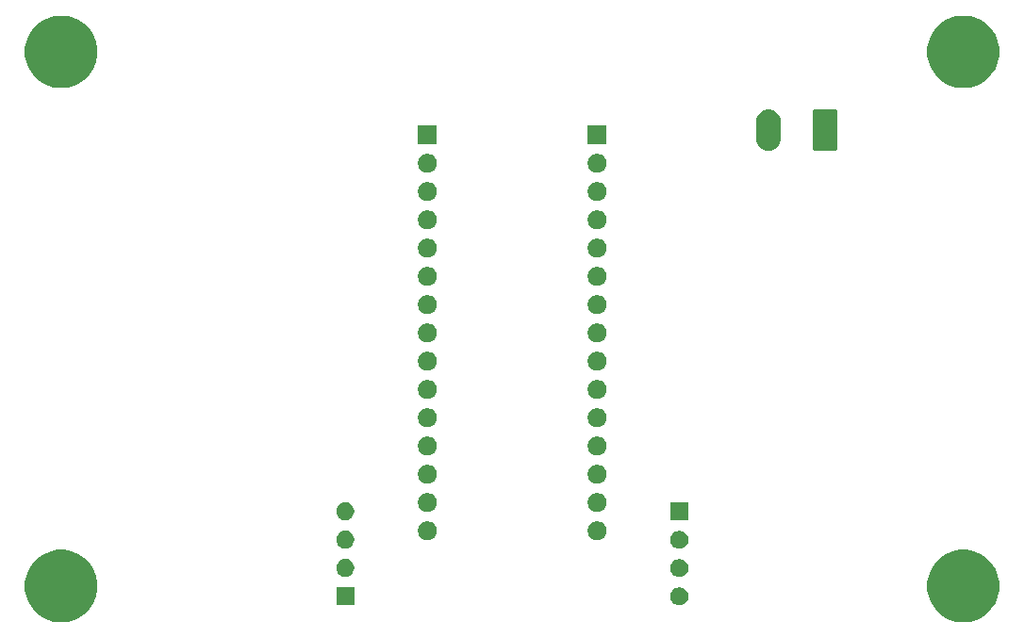
<source format=gbr>
G04 #@! TF.GenerationSoftware,KiCad,Pcbnew,(5.1.4)-1*
G04 #@! TF.CreationDate,2020-03-06T17:17:20+01:00*
G04 #@! TF.ProjectId,asserv_brushless,61737365-7276-45f6-9272-7573686c6573,rev?*
G04 #@! TF.SameCoordinates,Original*
G04 #@! TF.FileFunction,Soldermask,Bot*
G04 #@! TF.FilePolarity,Negative*
%FSLAX46Y46*%
G04 Gerber Fmt 4.6, Leading zero omitted, Abs format (unit mm)*
G04 Created by KiCad (PCBNEW (5.1.4)-1) date 2020-03-06 17:17:20*
%MOMM*%
%LPD*%
G04 APERTURE LIST*
%ADD10C,0.100000*%
G04 APERTURE END LIST*
D10*
G36*
X135134239Y-98311467D02*
G01*
X135448282Y-98373934D01*
X136039926Y-98619001D01*
X136572392Y-98974784D01*
X137025216Y-99427608D01*
X137380999Y-99960074D01*
X137626066Y-100551718D01*
X137751000Y-101179804D01*
X137751000Y-101820196D01*
X137626066Y-102448282D01*
X137380999Y-103039926D01*
X137025216Y-103572392D01*
X136572392Y-104025216D01*
X136039926Y-104380999D01*
X135448282Y-104626066D01*
X135134239Y-104688533D01*
X134820197Y-104751000D01*
X134179803Y-104751000D01*
X133865761Y-104688533D01*
X133551718Y-104626066D01*
X132960074Y-104380999D01*
X132427608Y-104025216D01*
X131974784Y-103572392D01*
X131619001Y-103039926D01*
X131373934Y-102448282D01*
X131249000Y-101820196D01*
X131249000Y-101179804D01*
X131373934Y-100551718D01*
X131619001Y-99960074D01*
X131974784Y-99427608D01*
X132427608Y-98974784D01*
X132960074Y-98619001D01*
X133551718Y-98373934D01*
X133865761Y-98311467D01*
X134179803Y-98249000D01*
X134820197Y-98249000D01*
X135134239Y-98311467D01*
X135134239Y-98311467D01*
G37*
G36*
X54134239Y-98311467D02*
G01*
X54448282Y-98373934D01*
X55039926Y-98619001D01*
X55572392Y-98974784D01*
X56025216Y-99427608D01*
X56380999Y-99960074D01*
X56626066Y-100551718D01*
X56751000Y-101179804D01*
X56751000Y-101820196D01*
X56626066Y-102448282D01*
X56380999Y-103039926D01*
X56025216Y-103572392D01*
X55572392Y-104025216D01*
X55039926Y-104380999D01*
X54448282Y-104626066D01*
X54134239Y-104688533D01*
X53820197Y-104751000D01*
X53179803Y-104751000D01*
X52865761Y-104688533D01*
X52551718Y-104626066D01*
X51960074Y-104380999D01*
X51427608Y-104025216D01*
X50974784Y-103572392D01*
X50619001Y-103039926D01*
X50373934Y-102448282D01*
X50249000Y-101820196D01*
X50249000Y-101179804D01*
X50373934Y-100551718D01*
X50619001Y-99960074D01*
X50974784Y-99427608D01*
X51427608Y-98974784D01*
X51960074Y-98619001D01*
X52551718Y-98373934D01*
X52865761Y-98311467D01*
X53179803Y-98249000D01*
X53820197Y-98249000D01*
X54134239Y-98311467D01*
X54134239Y-98311467D01*
G37*
G36*
X109234810Y-101645935D02*
G01*
X109381309Y-101706617D01*
X109381310Y-101706618D01*
X109513158Y-101794716D01*
X109625284Y-101906842D01*
X109625285Y-101906844D01*
X109713383Y-102038691D01*
X109774065Y-102185190D01*
X109805000Y-102340713D01*
X109805000Y-102499287D01*
X109774065Y-102654810D01*
X109713383Y-102801309D01*
X109713382Y-102801310D01*
X109625284Y-102933158D01*
X109513158Y-103045284D01*
X109446785Y-103089633D01*
X109381309Y-103133383D01*
X109234810Y-103194065D01*
X109079287Y-103225000D01*
X108920713Y-103225000D01*
X108765190Y-103194065D01*
X108618691Y-103133383D01*
X108553215Y-103089633D01*
X108486842Y-103045284D01*
X108374716Y-102933158D01*
X108286618Y-102801310D01*
X108286617Y-102801309D01*
X108225935Y-102654810D01*
X108195000Y-102499287D01*
X108195000Y-102340713D01*
X108225935Y-102185190D01*
X108286617Y-102038691D01*
X108374715Y-101906844D01*
X108374716Y-101906842D01*
X108486842Y-101794716D01*
X108618690Y-101706618D01*
X108618691Y-101706617D01*
X108765190Y-101645935D01*
X108920713Y-101615000D01*
X109079287Y-101615000D01*
X109234810Y-101645935D01*
X109234810Y-101645935D01*
G37*
G36*
X79805000Y-103205000D02*
G01*
X78195000Y-103205000D01*
X78195000Y-101595000D01*
X79805000Y-101595000D01*
X79805000Y-103205000D01*
X79805000Y-103205000D01*
G37*
G36*
X109234810Y-99105935D02*
G01*
X109381309Y-99166617D01*
X109381310Y-99166618D01*
X109513158Y-99254716D01*
X109625284Y-99366842D01*
X109625285Y-99366844D01*
X109713383Y-99498691D01*
X109774065Y-99645190D01*
X109805000Y-99800713D01*
X109805000Y-99959287D01*
X109774065Y-100114810D01*
X109713383Y-100261309D01*
X109713382Y-100261310D01*
X109625284Y-100393158D01*
X109513158Y-100505284D01*
X109446785Y-100549633D01*
X109381309Y-100593383D01*
X109234810Y-100654065D01*
X109079287Y-100685000D01*
X108920713Y-100685000D01*
X108765190Y-100654065D01*
X108618691Y-100593383D01*
X108553215Y-100549633D01*
X108486842Y-100505284D01*
X108374716Y-100393158D01*
X108286618Y-100261310D01*
X108286617Y-100261309D01*
X108225935Y-100114810D01*
X108195000Y-99959287D01*
X108195000Y-99800713D01*
X108225935Y-99645190D01*
X108286617Y-99498691D01*
X108374715Y-99366844D01*
X108374716Y-99366842D01*
X108486842Y-99254716D01*
X108618690Y-99166618D01*
X108618691Y-99166617D01*
X108765190Y-99105935D01*
X108920713Y-99075000D01*
X109079287Y-99075000D01*
X109234810Y-99105935D01*
X109234810Y-99105935D01*
G37*
G36*
X79234810Y-99085935D02*
G01*
X79381309Y-99146617D01*
X79381310Y-99146618D01*
X79513158Y-99234716D01*
X79625284Y-99346842D01*
X79638649Y-99366844D01*
X79713383Y-99478691D01*
X79774065Y-99625190D01*
X79805000Y-99780713D01*
X79805000Y-99939287D01*
X79774065Y-100094810D01*
X79713383Y-100241309D01*
X79669633Y-100306785D01*
X79625284Y-100373158D01*
X79513158Y-100485284D01*
X79483226Y-100505284D01*
X79381309Y-100573383D01*
X79234810Y-100634065D01*
X79079287Y-100665000D01*
X78920713Y-100665000D01*
X78765190Y-100634065D01*
X78618691Y-100573383D01*
X78516774Y-100505284D01*
X78486842Y-100485284D01*
X78374716Y-100373158D01*
X78330367Y-100306785D01*
X78286617Y-100241309D01*
X78225935Y-100094810D01*
X78195000Y-99939287D01*
X78195000Y-99780713D01*
X78225935Y-99625190D01*
X78286617Y-99478691D01*
X78361351Y-99366844D01*
X78374716Y-99346842D01*
X78486842Y-99234716D01*
X78618690Y-99146618D01*
X78618691Y-99146617D01*
X78765190Y-99085935D01*
X78920713Y-99055000D01*
X79079287Y-99055000D01*
X79234810Y-99085935D01*
X79234810Y-99085935D01*
G37*
G36*
X109234810Y-96565935D02*
G01*
X109381309Y-96626617D01*
X109381310Y-96626618D01*
X109513158Y-96714716D01*
X109625284Y-96826842D01*
X109625285Y-96826844D01*
X109713383Y-96958691D01*
X109774065Y-97105190D01*
X109805000Y-97260713D01*
X109805000Y-97419287D01*
X109774065Y-97574810D01*
X109713383Y-97721309D01*
X109713382Y-97721310D01*
X109625284Y-97853158D01*
X109513158Y-97965284D01*
X109446785Y-98009633D01*
X109381309Y-98053383D01*
X109234810Y-98114065D01*
X109079287Y-98145000D01*
X108920713Y-98145000D01*
X108765190Y-98114065D01*
X108618691Y-98053383D01*
X108553215Y-98009633D01*
X108486842Y-97965284D01*
X108374716Y-97853158D01*
X108286618Y-97721310D01*
X108286617Y-97721309D01*
X108225935Y-97574810D01*
X108195000Y-97419287D01*
X108195000Y-97260713D01*
X108225935Y-97105190D01*
X108286617Y-96958691D01*
X108374715Y-96826844D01*
X108374716Y-96826842D01*
X108486842Y-96714716D01*
X108618690Y-96626618D01*
X108618691Y-96626617D01*
X108765190Y-96565935D01*
X108920713Y-96535000D01*
X109079287Y-96535000D01*
X109234810Y-96565935D01*
X109234810Y-96565935D01*
G37*
G36*
X79234810Y-96545935D02*
G01*
X79381309Y-96606617D01*
X79381310Y-96606618D01*
X79513158Y-96694716D01*
X79625284Y-96806842D01*
X79638649Y-96826844D01*
X79713383Y-96938691D01*
X79774065Y-97085190D01*
X79805000Y-97240713D01*
X79805000Y-97399287D01*
X79774065Y-97554810D01*
X79713383Y-97701309D01*
X79669633Y-97766785D01*
X79625284Y-97833158D01*
X79513158Y-97945284D01*
X79483226Y-97965284D01*
X79381309Y-98033383D01*
X79234810Y-98094065D01*
X79079287Y-98125000D01*
X78920713Y-98125000D01*
X78765190Y-98094065D01*
X78618691Y-98033383D01*
X78516774Y-97965284D01*
X78486842Y-97945284D01*
X78374716Y-97833158D01*
X78330367Y-97766785D01*
X78286617Y-97701309D01*
X78225935Y-97554810D01*
X78195000Y-97399287D01*
X78195000Y-97240713D01*
X78225935Y-97085190D01*
X78286617Y-96938691D01*
X78361351Y-96826844D01*
X78374716Y-96806842D01*
X78486842Y-96694716D01*
X78618690Y-96606618D01*
X78618691Y-96606617D01*
X78765190Y-96545935D01*
X78920713Y-96515000D01*
X79079287Y-96515000D01*
X79234810Y-96545935D01*
X79234810Y-96545935D01*
G37*
G36*
X86628228Y-95711703D02*
G01*
X86783100Y-95775853D01*
X86922481Y-95868985D01*
X87041015Y-95987519D01*
X87134147Y-96126900D01*
X87198297Y-96281772D01*
X87231000Y-96446184D01*
X87231000Y-96613816D01*
X87198297Y-96778228D01*
X87134147Y-96933100D01*
X87041015Y-97072481D01*
X86922481Y-97191015D01*
X86783100Y-97284147D01*
X86628228Y-97348297D01*
X86463816Y-97381000D01*
X86296184Y-97381000D01*
X86131772Y-97348297D01*
X85976900Y-97284147D01*
X85837519Y-97191015D01*
X85718985Y-97072481D01*
X85625853Y-96933100D01*
X85561703Y-96778228D01*
X85529000Y-96613816D01*
X85529000Y-96446184D01*
X85561703Y-96281772D01*
X85625853Y-96126900D01*
X85718985Y-95987519D01*
X85837519Y-95868985D01*
X85976900Y-95775853D01*
X86131772Y-95711703D01*
X86296184Y-95679000D01*
X86463816Y-95679000D01*
X86628228Y-95711703D01*
X86628228Y-95711703D01*
G37*
G36*
X101868228Y-95711703D02*
G01*
X102023100Y-95775853D01*
X102162481Y-95868985D01*
X102281015Y-95987519D01*
X102374147Y-96126900D01*
X102438297Y-96281772D01*
X102471000Y-96446184D01*
X102471000Y-96613816D01*
X102438297Y-96778228D01*
X102374147Y-96933100D01*
X102281015Y-97072481D01*
X102162481Y-97191015D01*
X102023100Y-97284147D01*
X101868228Y-97348297D01*
X101703816Y-97381000D01*
X101536184Y-97381000D01*
X101371772Y-97348297D01*
X101216900Y-97284147D01*
X101077519Y-97191015D01*
X100958985Y-97072481D01*
X100865853Y-96933100D01*
X100801703Y-96778228D01*
X100769000Y-96613816D01*
X100769000Y-96446184D01*
X100801703Y-96281772D01*
X100865853Y-96126900D01*
X100958985Y-95987519D01*
X101077519Y-95868985D01*
X101216900Y-95775853D01*
X101371772Y-95711703D01*
X101536184Y-95679000D01*
X101703816Y-95679000D01*
X101868228Y-95711703D01*
X101868228Y-95711703D01*
G37*
G36*
X109805000Y-95605000D02*
G01*
X108195000Y-95605000D01*
X108195000Y-93995000D01*
X109805000Y-93995000D01*
X109805000Y-95605000D01*
X109805000Y-95605000D01*
G37*
G36*
X79234810Y-94005935D02*
G01*
X79381309Y-94066617D01*
X79381310Y-94066618D01*
X79513158Y-94154716D01*
X79625284Y-94266842D01*
X79625285Y-94266844D01*
X79713383Y-94398691D01*
X79774065Y-94545190D01*
X79805000Y-94700713D01*
X79805000Y-94859287D01*
X79774065Y-95014810D01*
X79713383Y-95161309D01*
X79713382Y-95161310D01*
X79625284Y-95293158D01*
X79513158Y-95405284D01*
X79446785Y-95449633D01*
X79381309Y-95493383D01*
X79234810Y-95554065D01*
X79079287Y-95585000D01*
X78920713Y-95585000D01*
X78765190Y-95554065D01*
X78618691Y-95493383D01*
X78553215Y-95449633D01*
X78486842Y-95405284D01*
X78374716Y-95293158D01*
X78286618Y-95161310D01*
X78286617Y-95161309D01*
X78225935Y-95014810D01*
X78195000Y-94859287D01*
X78195000Y-94700713D01*
X78225935Y-94545190D01*
X78286617Y-94398691D01*
X78374715Y-94266844D01*
X78374716Y-94266842D01*
X78486842Y-94154716D01*
X78618690Y-94066618D01*
X78618691Y-94066617D01*
X78765190Y-94005935D01*
X78920713Y-93975000D01*
X79079287Y-93975000D01*
X79234810Y-94005935D01*
X79234810Y-94005935D01*
G37*
G36*
X86628228Y-93171703D02*
G01*
X86783100Y-93235853D01*
X86922481Y-93328985D01*
X87041015Y-93447519D01*
X87134147Y-93586900D01*
X87198297Y-93741772D01*
X87231000Y-93906184D01*
X87231000Y-94073816D01*
X87198297Y-94238228D01*
X87134147Y-94393100D01*
X87041015Y-94532481D01*
X86922481Y-94651015D01*
X86783100Y-94744147D01*
X86628228Y-94808297D01*
X86463816Y-94841000D01*
X86296184Y-94841000D01*
X86131772Y-94808297D01*
X85976900Y-94744147D01*
X85837519Y-94651015D01*
X85718985Y-94532481D01*
X85625853Y-94393100D01*
X85561703Y-94238228D01*
X85529000Y-94073816D01*
X85529000Y-93906184D01*
X85561703Y-93741772D01*
X85625853Y-93586900D01*
X85718985Y-93447519D01*
X85837519Y-93328985D01*
X85976900Y-93235853D01*
X86131772Y-93171703D01*
X86296184Y-93139000D01*
X86463816Y-93139000D01*
X86628228Y-93171703D01*
X86628228Y-93171703D01*
G37*
G36*
X101868228Y-93171703D02*
G01*
X102023100Y-93235853D01*
X102162481Y-93328985D01*
X102281015Y-93447519D01*
X102374147Y-93586900D01*
X102438297Y-93741772D01*
X102471000Y-93906184D01*
X102471000Y-94073816D01*
X102438297Y-94238228D01*
X102374147Y-94393100D01*
X102281015Y-94532481D01*
X102162481Y-94651015D01*
X102023100Y-94744147D01*
X101868228Y-94808297D01*
X101703816Y-94841000D01*
X101536184Y-94841000D01*
X101371772Y-94808297D01*
X101216900Y-94744147D01*
X101077519Y-94651015D01*
X100958985Y-94532481D01*
X100865853Y-94393100D01*
X100801703Y-94238228D01*
X100769000Y-94073816D01*
X100769000Y-93906184D01*
X100801703Y-93741772D01*
X100865853Y-93586900D01*
X100958985Y-93447519D01*
X101077519Y-93328985D01*
X101216900Y-93235853D01*
X101371772Y-93171703D01*
X101536184Y-93139000D01*
X101703816Y-93139000D01*
X101868228Y-93171703D01*
X101868228Y-93171703D01*
G37*
G36*
X101868228Y-90631703D02*
G01*
X102023100Y-90695853D01*
X102162481Y-90788985D01*
X102281015Y-90907519D01*
X102374147Y-91046900D01*
X102438297Y-91201772D01*
X102471000Y-91366184D01*
X102471000Y-91533816D01*
X102438297Y-91698228D01*
X102374147Y-91853100D01*
X102281015Y-91992481D01*
X102162481Y-92111015D01*
X102023100Y-92204147D01*
X101868228Y-92268297D01*
X101703816Y-92301000D01*
X101536184Y-92301000D01*
X101371772Y-92268297D01*
X101216900Y-92204147D01*
X101077519Y-92111015D01*
X100958985Y-91992481D01*
X100865853Y-91853100D01*
X100801703Y-91698228D01*
X100769000Y-91533816D01*
X100769000Y-91366184D01*
X100801703Y-91201772D01*
X100865853Y-91046900D01*
X100958985Y-90907519D01*
X101077519Y-90788985D01*
X101216900Y-90695853D01*
X101371772Y-90631703D01*
X101536184Y-90599000D01*
X101703816Y-90599000D01*
X101868228Y-90631703D01*
X101868228Y-90631703D01*
G37*
G36*
X86628228Y-90631703D02*
G01*
X86783100Y-90695853D01*
X86922481Y-90788985D01*
X87041015Y-90907519D01*
X87134147Y-91046900D01*
X87198297Y-91201772D01*
X87231000Y-91366184D01*
X87231000Y-91533816D01*
X87198297Y-91698228D01*
X87134147Y-91853100D01*
X87041015Y-91992481D01*
X86922481Y-92111015D01*
X86783100Y-92204147D01*
X86628228Y-92268297D01*
X86463816Y-92301000D01*
X86296184Y-92301000D01*
X86131772Y-92268297D01*
X85976900Y-92204147D01*
X85837519Y-92111015D01*
X85718985Y-91992481D01*
X85625853Y-91853100D01*
X85561703Y-91698228D01*
X85529000Y-91533816D01*
X85529000Y-91366184D01*
X85561703Y-91201772D01*
X85625853Y-91046900D01*
X85718985Y-90907519D01*
X85837519Y-90788985D01*
X85976900Y-90695853D01*
X86131772Y-90631703D01*
X86296184Y-90599000D01*
X86463816Y-90599000D01*
X86628228Y-90631703D01*
X86628228Y-90631703D01*
G37*
G36*
X86628228Y-88091703D02*
G01*
X86783100Y-88155853D01*
X86922481Y-88248985D01*
X87041015Y-88367519D01*
X87134147Y-88506900D01*
X87198297Y-88661772D01*
X87231000Y-88826184D01*
X87231000Y-88993816D01*
X87198297Y-89158228D01*
X87134147Y-89313100D01*
X87041015Y-89452481D01*
X86922481Y-89571015D01*
X86783100Y-89664147D01*
X86628228Y-89728297D01*
X86463816Y-89761000D01*
X86296184Y-89761000D01*
X86131772Y-89728297D01*
X85976900Y-89664147D01*
X85837519Y-89571015D01*
X85718985Y-89452481D01*
X85625853Y-89313100D01*
X85561703Y-89158228D01*
X85529000Y-88993816D01*
X85529000Y-88826184D01*
X85561703Y-88661772D01*
X85625853Y-88506900D01*
X85718985Y-88367519D01*
X85837519Y-88248985D01*
X85976900Y-88155853D01*
X86131772Y-88091703D01*
X86296184Y-88059000D01*
X86463816Y-88059000D01*
X86628228Y-88091703D01*
X86628228Y-88091703D01*
G37*
G36*
X101868228Y-88091703D02*
G01*
X102023100Y-88155853D01*
X102162481Y-88248985D01*
X102281015Y-88367519D01*
X102374147Y-88506900D01*
X102438297Y-88661772D01*
X102471000Y-88826184D01*
X102471000Y-88993816D01*
X102438297Y-89158228D01*
X102374147Y-89313100D01*
X102281015Y-89452481D01*
X102162481Y-89571015D01*
X102023100Y-89664147D01*
X101868228Y-89728297D01*
X101703816Y-89761000D01*
X101536184Y-89761000D01*
X101371772Y-89728297D01*
X101216900Y-89664147D01*
X101077519Y-89571015D01*
X100958985Y-89452481D01*
X100865853Y-89313100D01*
X100801703Y-89158228D01*
X100769000Y-88993816D01*
X100769000Y-88826184D01*
X100801703Y-88661772D01*
X100865853Y-88506900D01*
X100958985Y-88367519D01*
X101077519Y-88248985D01*
X101216900Y-88155853D01*
X101371772Y-88091703D01*
X101536184Y-88059000D01*
X101703816Y-88059000D01*
X101868228Y-88091703D01*
X101868228Y-88091703D01*
G37*
G36*
X101868228Y-85551703D02*
G01*
X102023100Y-85615853D01*
X102162481Y-85708985D01*
X102281015Y-85827519D01*
X102374147Y-85966900D01*
X102438297Y-86121772D01*
X102471000Y-86286184D01*
X102471000Y-86453816D01*
X102438297Y-86618228D01*
X102374147Y-86773100D01*
X102281015Y-86912481D01*
X102162481Y-87031015D01*
X102023100Y-87124147D01*
X101868228Y-87188297D01*
X101703816Y-87221000D01*
X101536184Y-87221000D01*
X101371772Y-87188297D01*
X101216900Y-87124147D01*
X101077519Y-87031015D01*
X100958985Y-86912481D01*
X100865853Y-86773100D01*
X100801703Y-86618228D01*
X100769000Y-86453816D01*
X100769000Y-86286184D01*
X100801703Y-86121772D01*
X100865853Y-85966900D01*
X100958985Y-85827519D01*
X101077519Y-85708985D01*
X101216900Y-85615853D01*
X101371772Y-85551703D01*
X101536184Y-85519000D01*
X101703816Y-85519000D01*
X101868228Y-85551703D01*
X101868228Y-85551703D01*
G37*
G36*
X86628228Y-85551703D02*
G01*
X86783100Y-85615853D01*
X86922481Y-85708985D01*
X87041015Y-85827519D01*
X87134147Y-85966900D01*
X87198297Y-86121772D01*
X87231000Y-86286184D01*
X87231000Y-86453816D01*
X87198297Y-86618228D01*
X87134147Y-86773100D01*
X87041015Y-86912481D01*
X86922481Y-87031015D01*
X86783100Y-87124147D01*
X86628228Y-87188297D01*
X86463816Y-87221000D01*
X86296184Y-87221000D01*
X86131772Y-87188297D01*
X85976900Y-87124147D01*
X85837519Y-87031015D01*
X85718985Y-86912481D01*
X85625853Y-86773100D01*
X85561703Y-86618228D01*
X85529000Y-86453816D01*
X85529000Y-86286184D01*
X85561703Y-86121772D01*
X85625853Y-85966900D01*
X85718985Y-85827519D01*
X85837519Y-85708985D01*
X85976900Y-85615853D01*
X86131772Y-85551703D01*
X86296184Y-85519000D01*
X86463816Y-85519000D01*
X86628228Y-85551703D01*
X86628228Y-85551703D01*
G37*
G36*
X101868228Y-83011703D02*
G01*
X102023100Y-83075853D01*
X102162481Y-83168985D01*
X102281015Y-83287519D01*
X102374147Y-83426900D01*
X102438297Y-83581772D01*
X102471000Y-83746184D01*
X102471000Y-83913816D01*
X102438297Y-84078228D01*
X102374147Y-84233100D01*
X102281015Y-84372481D01*
X102162481Y-84491015D01*
X102023100Y-84584147D01*
X101868228Y-84648297D01*
X101703816Y-84681000D01*
X101536184Y-84681000D01*
X101371772Y-84648297D01*
X101216900Y-84584147D01*
X101077519Y-84491015D01*
X100958985Y-84372481D01*
X100865853Y-84233100D01*
X100801703Y-84078228D01*
X100769000Y-83913816D01*
X100769000Y-83746184D01*
X100801703Y-83581772D01*
X100865853Y-83426900D01*
X100958985Y-83287519D01*
X101077519Y-83168985D01*
X101216900Y-83075853D01*
X101371772Y-83011703D01*
X101536184Y-82979000D01*
X101703816Y-82979000D01*
X101868228Y-83011703D01*
X101868228Y-83011703D01*
G37*
G36*
X86628228Y-83011703D02*
G01*
X86783100Y-83075853D01*
X86922481Y-83168985D01*
X87041015Y-83287519D01*
X87134147Y-83426900D01*
X87198297Y-83581772D01*
X87231000Y-83746184D01*
X87231000Y-83913816D01*
X87198297Y-84078228D01*
X87134147Y-84233100D01*
X87041015Y-84372481D01*
X86922481Y-84491015D01*
X86783100Y-84584147D01*
X86628228Y-84648297D01*
X86463816Y-84681000D01*
X86296184Y-84681000D01*
X86131772Y-84648297D01*
X85976900Y-84584147D01*
X85837519Y-84491015D01*
X85718985Y-84372481D01*
X85625853Y-84233100D01*
X85561703Y-84078228D01*
X85529000Y-83913816D01*
X85529000Y-83746184D01*
X85561703Y-83581772D01*
X85625853Y-83426900D01*
X85718985Y-83287519D01*
X85837519Y-83168985D01*
X85976900Y-83075853D01*
X86131772Y-83011703D01*
X86296184Y-82979000D01*
X86463816Y-82979000D01*
X86628228Y-83011703D01*
X86628228Y-83011703D01*
G37*
G36*
X86628228Y-80471703D02*
G01*
X86783100Y-80535853D01*
X86922481Y-80628985D01*
X87041015Y-80747519D01*
X87134147Y-80886900D01*
X87198297Y-81041772D01*
X87231000Y-81206184D01*
X87231000Y-81373816D01*
X87198297Y-81538228D01*
X87134147Y-81693100D01*
X87041015Y-81832481D01*
X86922481Y-81951015D01*
X86783100Y-82044147D01*
X86628228Y-82108297D01*
X86463816Y-82141000D01*
X86296184Y-82141000D01*
X86131772Y-82108297D01*
X85976900Y-82044147D01*
X85837519Y-81951015D01*
X85718985Y-81832481D01*
X85625853Y-81693100D01*
X85561703Y-81538228D01*
X85529000Y-81373816D01*
X85529000Y-81206184D01*
X85561703Y-81041772D01*
X85625853Y-80886900D01*
X85718985Y-80747519D01*
X85837519Y-80628985D01*
X85976900Y-80535853D01*
X86131772Y-80471703D01*
X86296184Y-80439000D01*
X86463816Y-80439000D01*
X86628228Y-80471703D01*
X86628228Y-80471703D01*
G37*
G36*
X101868228Y-80471703D02*
G01*
X102023100Y-80535853D01*
X102162481Y-80628985D01*
X102281015Y-80747519D01*
X102374147Y-80886900D01*
X102438297Y-81041772D01*
X102471000Y-81206184D01*
X102471000Y-81373816D01*
X102438297Y-81538228D01*
X102374147Y-81693100D01*
X102281015Y-81832481D01*
X102162481Y-81951015D01*
X102023100Y-82044147D01*
X101868228Y-82108297D01*
X101703816Y-82141000D01*
X101536184Y-82141000D01*
X101371772Y-82108297D01*
X101216900Y-82044147D01*
X101077519Y-81951015D01*
X100958985Y-81832481D01*
X100865853Y-81693100D01*
X100801703Y-81538228D01*
X100769000Y-81373816D01*
X100769000Y-81206184D01*
X100801703Y-81041772D01*
X100865853Y-80886900D01*
X100958985Y-80747519D01*
X101077519Y-80628985D01*
X101216900Y-80535853D01*
X101371772Y-80471703D01*
X101536184Y-80439000D01*
X101703816Y-80439000D01*
X101868228Y-80471703D01*
X101868228Y-80471703D01*
G37*
G36*
X86628228Y-77931703D02*
G01*
X86783100Y-77995853D01*
X86922481Y-78088985D01*
X87041015Y-78207519D01*
X87134147Y-78346900D01*
X87198297Y-78501772D01*
X87231000Y-78666184D01*
X87231000Y-78833816D01*
X87198297Y-78998228D01*
X87134147Y-79153100D01*
X87041015Y-79292481D01*
X86922481Y-79411015D01*
X86783100Y-79504147D01*
X86628228Y-79568297D01*
X86463816Y-79601000D01*
X86296184Y-79601000D01*
X86131772Y-79568297D01*
X85976900Y-79504147D01*
X85837519Y-79411015D01*
X85718985Y-79292481D01*
X85625853Y-79153100D01*
X85561703Y-78998228D01*
X85529000Y-78833816D01*
X85529000Y-78666184D01*
X85561703Y-78501772D01*
X85625853Y-78346900D01*
X85718985Y-78207519D01*
X85837519Y-78088985D01*
X85976900Y-77995853D01*
X86131772Y-77931703D01*
X86296184Y-77899000D01*
X86463816Y-77899000D01*
X86628228Y-77931703D01*
X86628228Y-77931703D01*
G37*
G36*
X101868228Y-77931703D02*
G01*
X102023100Y-77995853D01*
X102162481Y-78088985D01*
X102281015Y-78207519D01*
X102374147Y-78346900D01*
X102438297Y-78501772D01*
X102471000Y-78666184D01*
X102471000Y-78833816D01*
X102438297Y-78998228D01*
X102374147Y-79153100D01*
X102281015Y-79292481D01*
X102162481Y-79411015D01*
X102023100Y-79504147D01*
X101868228Y-79568297D01*
X101703816Y-79601000D01*
X101536184Y-79601000D01*
X101371772Y-79568297D01*
X101216900Y-79504147D01*
X101077519Y-79411015D01*
X100958985Y-79292481D01*
X100865853Y-79153100D01*
X100801703Y-78998228D01*
X100769000Y-78833816D01*
X100769000Y-78666184D01*
X100801703Y-78501772D01*
X100865853Y-78346900D01*
X100958985Y-78207519D01*
X101077519Y-78088985D01*
X101216900Y-77995853D01*
X101371772Y-77931703D01*
X101536184Y-77899000D01*
X101703816Y-77899000D01*
X101868228Y-77931703D01*
X101868228Y-77931703D01*
G37*
G36*
X101868228Y-75391703D02*
G01*
X102023100Y-75455853D01*
X102162481Y-75548985D01*
X102281015Y-75667519D01*
X102374147Y-75806900D01*
X102438297Y-75961772D01*
X102471000Y-76126184D01*
X102471000Y-76293816D01*
X102438297Y-76458228D01*
X102374147Y-76613100D01*
X102281015Y-76752481D01*
X102162481Y-76871015D01*
X102023100Y-76964147D01*
X101868228Y-77028297D01*
X101703816Y-77061000D01*
X101536184Y-77061000D01*
X101371772Y-77028297D01*
X101216900Y-76964147D01*
X101077519Y-76871015D01*
X100958985Y-76752481D01*
X100865853Y-76613100D01*
X100801703Y-76458228D01*
X100769000Y-76293816D01*
X100769000Y-76126184D01*
X100801703Y-75961772D01*
X100865853Y-75806900D01*
X100958985Y-75667519D01*
X101077519Y-75548985D01*
X101216900Y-75455853D01*
X101371772Y-75391703D01*
X101536184Y-75359000D01*
X101703816Y-75359000D01*
X101868228Y-75391703D01*
X101868228Y-75391703D01*
G37*
G36*
X86628228Y-75391703D02*
G01*
X86783100Y-75455853D01*
X86922481Y-75548985D01*
X87041015Y-75667519D01*
X87134147Y-75806900D01*
X87198297Y-75961772D01*
X87231000Y-76126184D01*
X87231000Y-76293816D01*
X87198297Y-76458228D01*
X87134147Y-76613100D01*
X87041015Y-76752481D01*
X86922481Y-76871015D01*
X86783100Y-76964147D01*
X86628228Y-77028297D01*
X86463816Y-77061000D01*
X86296184Y-77061000D01*
X86131772Y-77028297D01*
X85976900Y-76964147D01*
X85837519Y-76871015D01*
X85718985Y-76752481D01*
X85625853Y-76613100D01*
X85561703Y-76458228D01*
X85529000Y-76293816D01*
X85529000Y-76126184D01*
X85561703Y-75961772D01*
X85625853Y-75806900D01*
X85718985Y-75667519D01*
X85837519Y-75548985D01*
X85976900Y-75455853D01*
X86131772Y-75391703D01*
X86296184Y-75359000D01*
X86463816Y-75359000D01*
X86628228Y-75391703D01*
X86628228Y-75391703D01*
G37*
G36*
X86628228Y-72851703D02*
G01*
X86783100Y-72915853D01*
X86922481Y-73008985D01*
X87041015Y-73127519D01*
X87134147Y-73266900D01*
X87198297Y-73421772D01*
X87231000Y-73586184D01*
X87231000Y-73753816D01*
X87198297Y-73918228D01*
X87134147Y-74073100D01*
X87041015Y-74212481D01*
X86922481Y-74331015D01*
X86783100Y-74424147D01*
X86628228Y-74488297D01*
X86463816Y-74521000D01*
X86296184Y-74521000D01*
X86131772Y-74488297D01*
X85976900Y-74424147D01*
X85837519Y-74331015D01*
X85718985Y-74212481D01*
X85625853Y-74073100D01*
X85561703Y-73918228D01*
X85529000Y-73753816D01*
X85529000Y-73586184D01*
X85561703Y-73421772D01*
X85625853Y-73266900D01*
X85718985Y-73127519D01*
X85837519Y-73008985D01*
X85976900Y-72915853D01*
X86131772Y-72851703D01*
X86296184Y-72819000D01*
X86463816Y-72819000D01*
X86628228Y-72851703D01*
X86628228Y-72851703D01*
G37*
G36*
X101868228Y-72851703D02*
G01*
X102023100Y-72915853D01*
X102162481Y-73008985D01*
X102281015Y-73127519D01*
X102374147Y-73266900D01*
X102438297Y-73421772D01*
X102471000Y-73586184D01*
X102471000Y-73753816D01*
X102438297Y-73918228D01*
X102374147Y-74073100D01*
X102281015Y-74212481D01*
X102162481Y-74331015D01*
X102023100Y-74424147D01*
X101868228Y-74488297D01*
X101703816Y-74521000D01*
X101536184Y-74521000D01*
X101371772Y-74488297D01*
X101216900Y-74424147D01*
X101077519Y-74331015D01*
X100958985Y-74212481D01*
X100865853Y-74073100D01*
X100801703Y-73918228D01*
X100769000Y-73753816D01*
X100769000Y-73586184D01*
X100801703Y-73421772D01*
X100865853Y-73266900D01*
X100958985Y-73127519D01*
X101077519Y-73008985D01*
X101216900Y-72915853D01*
X101371772Y-72851703D01*
X101536184Y-72819000D01*
X101703816Y-72819000D01*
X101868228Y-72851703D01*
X101868228Y-72851703D01*
G37*
G36*
X101868228Y-70311703D02*
G01*
X102023100Y-70375853D01*
X102162481Y-70468985D01*
X102281015Y-70587519D01*
X102374147Y-70726900D01*
X102438297Y-70881772D01*
X102471000Y-71046184D01*
X102471000Y-71213816D01*
X102438297Y-71378228D01*
X102374147Y-71533100D01*
X102281015Y-71672481D01*
X102162481Y-71791015D01*
X102023100Y-71884147D01*
X101868228Y-71948297D01*
X101703816Y-71981000D01*
X101536184Y-71981000D01*
X101371772Y-71948297D01*
X101216900Y-71884147D01*
X101077519Y-71791015D01*
X100958985Y-71672481D01*
X100865853Y-71533100D01*
X100801703Y-71378228D01*
X100769000Y-71213816D01*
X100769000Y-71046184D01*
X100801703Y-70881772D01*
X100865853Y-70726900D01*
X100958985Y-70587519D01*
X101077519Y-70468985D01*
X101216900Y-70375853D01*
X101371772Y-70311703D01*
X101536184Y-70279000D01*
X101703816Y-70279000D01*
X101868228Y-70311703D01*
X101868228Y-70311703D01*
G37*
G36*
X86628228Y-70311703D02*
G01*
X86783100Y-70375853D01*
X86922481Y-70468985D01*
X87041015Y-70587519D01*
X87134147Y-70726900D01*
X87198297Y-70881772D01*
X87231000Y-71046184D01*
X87231000Y-71213816D01*
X87198297Y-71378228D01*
X87134147Y-71533100D01*
X87041015Y-71672481D01*
X86922481Y-71791015D01*
X86783100Y-71884147D01*
X86628228Y-71948297D01*
X86463816Y-71981000D01*
X86296184Y-71981000D01*
X86131772Y-71948297D01*
X85976900Y-71884147D01*
X85837519Y-71791015D01*
X85718985Y-71672481D01*
X85625853Y-71533100D01*
X85561703Y-71378228D01*
X85529000Y-71213816D01*
X85529000Y-71046184D01*
X85561703Y-70881772D01*
X85625853Y-70726900D01*
X85718985Y-70587519D01*
X85837519Y-70468985D01*
X85976900Y-70375853D01*
X86131772Y-70311703D01*
X86296184Y-70279000D01*
X86463816Y-70279000D01*
X86628228Y-70311703D01*
X86628228Y-70311703D01*
G37*
G36*
X86628228Y-67771703D02*
G01*
X86783100Y-67835853D01*
X86922481Y-67928985D01*
X87041015Y-68047519D01*
X87134147Y-68186900D01*
X87198297Y-68341772D01*
X87231000Y-68506184D01*
X87231000Y-68673816D01*
X87198297Y-68838228D01*
X87134147Y-68993100D01*
X87041015Y-69132481D01*
X86922481Y-69251015D01*
X86783100Y-69344147D01*
X86628228Y-69408297D01*
X86463816Y-69441000D01*
X86296184Y-69441000D01*
X86131772Y-69408297D01*
X85976900Y-69344147D01*
X85837519Y-69251015D01*
X85718985Y-69132481D01*
X85625853Y-68993100D01*
X85561703Y-68838228D01*
X85529000Y-68673816D01*
X85529000Y-68506184D01*
X85561703Y-68341772D01*
X85625853Y-68186900D01*
X85718985Y-68047519D01*
X85837519Y-67928985D01*
X85976900Y-67835853D01*
X86131772Y-67771703D01*
X86296184Y-67739000D01*
X86463816Y-67739000D01*
X86628228Y-67771703D01*
X86628228Y-67771703D01*
G37*
G36*
X101868228Y-67771703D02*
G01*
X102023100Y-67835853D01*
X102162481Y-67928985D01*
X102281015Y-68047519D01*
X102374147Y-68186900D01*
X102438297Y-68341772D01*
X102471000Y-68506184D01*
X102471000Y-68673816D01*
X102438297Y-68838228D01*
X102374147Y-68993100D01*
X102281015Y-69132481D01*
X102162481Y-69251015D01*
X102023100Y-69344147D01*
X101868228Y-69408297D01*
X101703816Y-69441000D01*
X101536184Y-69441000D01*
X101371772Y-69408297D01*
X101216900Y-69344147D01*
X101077519Y-69251015D01*
X100958985Y-69132481D01*
X100865853Y-68993100D01*
X100801703Y-68838228D01*
X100769000Y-68673816D01*
X100769000Y-68506184D01*
X100801703Y-68341772D01*
X100865853Y-68186900D01*
X100958985Y-68047519D01*
X101077519Y-67928985D01*
X101216900Y-67835853D01*
X101371772Y-67771703D01*
X101536184Y-67739000D01*
X101703816Y-67739000D01*
X101868228Y-67771703D01*
X101868228Y-67771703D01*
G37*
G36*
X86628228Y-65231703D02*
G01*
X86783100Y-65295853D01*
X86922481Y-65388985D01*
X87041015Y-65507519D01*
X87134147Y-65646900D01*
X87198297Y-65801772D01*
X87231000Y-65966184D01*
X87231000Y-66133816D01*
X87198297Y-66298228D01*
X87134147Y-66453100D01*
X87041015Y-66592481D01*
X86922481Y-66711015D01*
X86783100Y-66804147D01*
X86628228Y-66868297D01*
X86463816Y-66901000D01*
X86296184Y-66901000D01*
X86131772Y-66868297D01*
X85976900Y-66804147D01*
X85837519Y-66711015D01*
X85718985Y-66592481D01*
X85625853Y-66453100D01*
X85561703Y-66298228D01*
X85529000Y-66133816D01*
X85529000Y-65966184D01*
X85561703Y-65801772D01*
X85625853Y-65646900D01*
X85718985Y-65507519D01*
X85837519Y-65388985D01*
X85976900Y-65295853D01*
X86131772Y-65231703D01*
X86296184Y-65199000D01*
X86463816Y-65199000D01*
X86628228Y-65231703D01*
X86628228Y-65231703D01*
G37*
G36*
X101868228Y-65231703D02*
G01*
X102023100Y-65295853D01*
X102162481Y-65388985D01*
X102281015Y-65507519D01*
X102374147Y-65646900D01*
X102438297Y-65801772D01*
X102471000Y-65966184D01*
X102471000Y-66133816D01*
X102438297Y-66298228D01*
X102374147Y-66453100D01*
X102281015Y-66592481D01*
X102162481Y-66711015D01*
X102023100Y-66804147D01*
X101868228Y-66868297D01*
X101703816Y-66901000D01*
X101536184Y-66901000D01*
X101371772Y-66868297D01*
X101216900Y-66804147D01*
X101077519Y-66711015D01*
X100958985Y-66592481D01*
X100865853Y-66453100D01*
X100801703Y-66298228D01*
X100769000Y-66133816D01*
X100769000Y-65966184D01*
X100801703Y-65801772D01*
X100865853Y-65646900D01*
X100958985Y-65507519D01*
X101077519Y-65388985D01*
X101216900Y-65295853D01*
X101371772Y-65231703D01*
X101536184Y-65199000D01*
X101703816Y-65199000D01*
X101868228Y-65231703D01*
X101868228Y-65231703D01*
G37*
G36*
X86628228Y-62691703D02*
G01*
X86783100Y-62755853D01*
X86922481Y-62848985D01*
X87041015Y-62967519D01*
X87134147Y-63106900D01*
X87198297Y-63261772D01*
X87231000Y-63426184D01*
X87231000Y-63593816D01*
X87198297Y-63758228D01*
X87134147Y-63913100D01*
X87041015Y-64052481D01*
X86922481Y-64171015D01*
X86783100Y-64264147D01*
X86628228Y-64328297D01*
X86463816Y-64361000D01*
X86296184Y-64361000D01*
X86131772Y-64328297D01*
X85976900Y-64264147D01*
X85837519Y-64171015D01*
X85718985Y-64052481D01*
X85625853Y-63913100D01*
X85561703Y-63758228D01*
X85529000Y-63593816D01*
X85529000Y-63426184D01*
X85561703Y-63261772D01*
X85625853Y-63106900D01*
X85718985Y-62967519D01*
X85837519Y-62848985D01*
X85976900Y-62755853D01*
X86131772Y-62691703D01*
X86296184Y-62659000D01*
X86463816Y-62659000D01*
X86628228Y-62691703D01*
X86628228Y-62691703D01*
G37*
G36*
X101868228Y-62691703D02*
G01*
X102023100Y-62755853D01*
X102162481Y-62848985D01*
X102281015Y-62967519D01*
X102374147Y-63106900D01*
X102438297Y-63261772D01*
X102471000Y-63426184D01*
X102471000Y-63593816D01*
X102438297Y-63758228D01*
X102374147Y-63913100D01*
X102281015Y-64052481D01*
X102162481Y-64171015D01*
X102023100Y-64264147D01*
X101868228Y-64328297D01*
X101703816Y-64361000D01*
X101536184Y-64361000D01*
X101371772Y-64328297D01*
X101216900Y-64264147D01*
X101077519Y-64171015D01*
X100958985Y-64052481D01*
X100865853Y-63913100D01*
X100801703Y-63758228D01*
X100769000Y-63593816D01*
X100769000Y-63426184D01*
X100801703Y-63261772D01*
X100865853Y-63106900D01*
X100958985Y-62967519D01*
X101077519Y-62848985D01*
X101216900Y-62755853D01*
X101371772Y-62691703D01*
X101536184Y-62659000D01*
X101703816Y-62659000D01*
X101868228Y-62691703D01*
X101868228Y-62691703D01*
G37*
G36*
X117208871Y-58689786D02*
G01*
X117319780Y-58723430D01*
X117410054Y-58750814D01*
X117414530Y-58752172D01*
X117604055Y-58853475D01*
X117604058Y-58853477D01*
X117604059Y-58853478D01*
X117770186Y-58989814D01*
X117906522Y-59155941D01*
X117906525Y-59155945D01*
X118007828Y-59345470D01*
X118070214Y-59551129D01*
X118086000Y-59711409D01*
X118086000Y-61338591D01*
X118070214Y-61498871D01*
X118007828Y-61704530D01*
X117906525Y-61894055D01*
X117906523Y-61894057D01*
X117906522Y-61894059D01*
X117770186Y-62060186D01*
X117604059Y-62196522D01*
X117604057Y-62196523D01*
X117414529Y-62297828D01*
X117414526Y-62297829D01*
X117403057Y-62301308D01*
X117208870Y-62360214D01*
X116995000Y-62381278D01*
X116781129Y-62360214D01*
X116586942Y-62301308D01*
X116575473Y-62297829D01*
X116575470Y-62297828D01*
X116385945Y-62196525D01*
X116347417Y-62164906D01*
X116219814Y-62060186D01*
X116083478Y-61894059D01*
X115982173Y-61704530D01*
X115982172Y-61704529D01*
X115919786Y-61498870D01*
X115904000Y-61338590D01*
X115904000Y-59711409D01*
X115919786Y-59551126D01*
X115982171Y-59345473D01*
X116083476Y-59155945D01*
X116083479Y-59155941D01*
X116219815Y-58989814D01*
X116385942Y-58853478D01*
X116385943Y-58853477D01*
X116385946Y-58853475D01*
X116575471Y-58752172D01*
X116579948Y-58750814D01*
X116670221Y-58723430D01*
X116781130Y-58689786D01*
X116995000Y-58668722D01*
X117208871Y-58689786D01*
X117208871Y-58689786D01*
G37*
G36*
X123031217Y-58677808D02*
G01*
X123062489Y-58687294D01*
X123091308Y-58702698D01*
X123116570Y-58723430D01*
X123137302Y-58748692D01*
X123152706Y-58777511D01*
X123162192Y-58808783D01*
X123166000Y-58847448D01*
X123166000Y-62202552D01*
X123162192Y-62241217D01*
X123152706Y-62272489D01*
X123137302Y-62301308D01*
X123116570Y-62326570D01*
X123091308Y-62347302D01*
X123062489Y-62362706D01*
X123031217Y-62372192D01*
X122992552Y-62376000D01*
X121157448Y-62376000D01*
X121118783Y-62372192D01*
X121087511Y-62362706D01*
X121058692Y-62347302D01*
X121033430Y-62326570D01*
X121012698Y-62301308D01*
X120997294Y-62272489D01*
X120987808Y-62241217D01*
X120984000Y-62202552D01*
X120984000Y-58847448D01*
X120987808Y-58808783D01*
X120997294Y-58777511D01*
X121012698Y-58748692D01*
X121033430Y-58723430D01*
X121058692Y-58702698D01*
X121087511Y-58687294D01*
X121118783Y-58677808D01*
X121157448Y-58674000D01*
X122992552Y-58674000D01*
X123031217Y-58677808D01*
X123031217Y-58677808D01*
G37*
G36*
X102471000Y-61821000D02*
G01*
X100769000Y-61821000D01*
X100769000Y-60119000D01*
X102471000Y-60119000D01*
X102471000Y-61821000D01*
X102471000Y-61821000D01*
G37*
G36*
X87231000Y-61821000D02*
G01*
X85529000Y-61821000D01*
X85529000Y-60119000D01*
X87231000Y-60119000D01*
X87231000Y-61821000D01*
X87231000Y-61821000D01*
G37*
G36*
X135134239Y-50311467D02*
G01*
X135448282Y-50373934D01*
X136039926Y-50619001D01*
X136572392Y-50974784D01*
X137025216Y-51427608D01*
X137380999Y-51960074D01*
X137626066Y-52551718D01*
X137751000Y-53179804D01*
X137751000Y-53820196D01*
X137626066Y-54448282D01*
X137380999Y-55039926D01*
X137025216Y-55572392D01*
X136572392Y-56025216D01*
X136039926Y-56380999D01*
X135448282Y-56626066D01*
X135134239Y-56688533D01*
X134820197Y-56751000D01*
X134179803Y-56751000D01*
X133865761Y-56688533D01*
X133551718Y-56626066D01*
X132960074Y-56380999D01*
X132427608Y-56025216D01*
X131974784Y-55572392D01*
X131619001Y-55039926D01*
X131373934Y-54448282D01*
X131249000Y-53820196D01*
X131249000Y-53179804D01*
X131373934Y-52551718D01*
X131619001Y-51960074D01*
X131974784Y-51427608D01*
X132427608Y-50974784D01*
X132960074Y-50619001D01*
X133551718Y-50373934D01*
X133865761Y-50311467D01*
X134179803Y-50249000D01*
X134820197Y-50249000D01*
X135134239Y-50311467D01*
X135134239Y-50311467D01*
G37*
G36*
X54134239Y-50311467D02*
G01*
X54448282Y-50373934D01*
X55039926Y-50619001D01*
X55572392Y-50974784D01*
X56025216Y-51427608D01*
X56380999Y-51960074D01*
X56626066Y-52551718D01*
X56751000Y-53179804D01*
X56751000Y-53820196D01*
X56626066Y-54448282D01*
X56380999Y-55039926D01*
X56025216Y-55572392D01*
X55572392Y-56025216D01*
X55039926Y-56380999D01*
X54448282Y-56626066D01*
X54134239Y-56688533D01*
X53820197Y-56751000D01*
X53179803Y-56751000D01*
X52865761Y-56688533D01*
X52551718Y-56626066D01*
X51960074Y-56380999D01*
X51427608Y-56025216D01*
X50974784Y-55572392D01*
X50619001Y-55039926D01*
X50373934Y-54448282D01*
X50249000Y-53820196D01*
X50249000Y-53179804D01*
X50373934Y-52551718D01*
X50619001Y-51960074D01*
X50974784Y-51427608D01*
X51427608Y-50974784D01*
X51960074Y-50619001D01*
X52551718Y-50373934D01*
X52865761Y-50311467D01*
X53179803Y-50249000D01*
X53820197Y-50249000D01*
X54134239Y-50311467D01*
X54134239Y-50311467D01*
G37*
M02*

</source>
